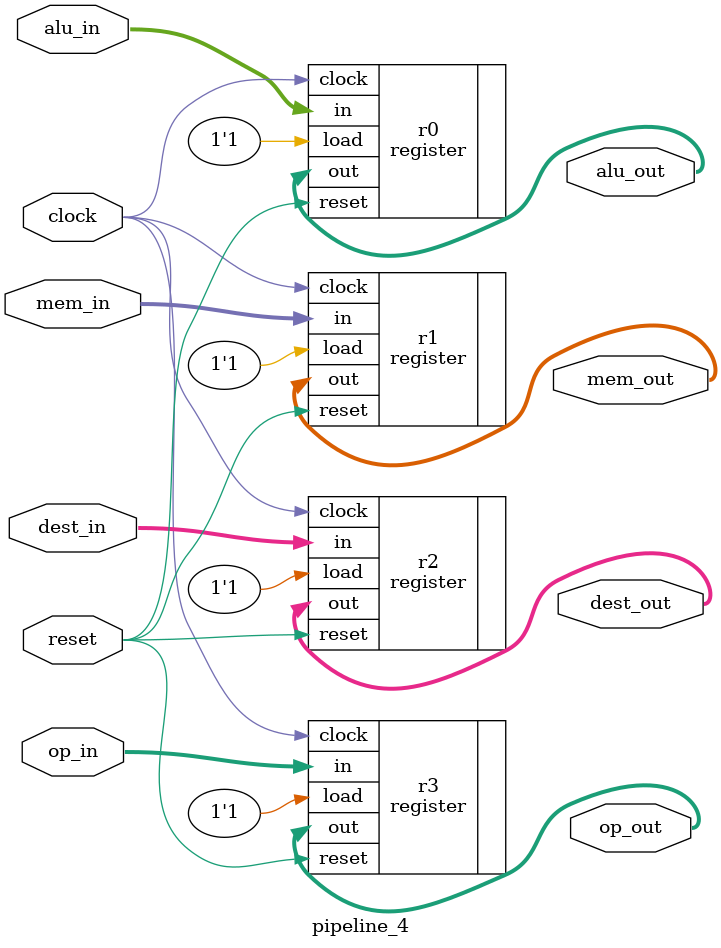
<source format=v>
`timescale 1ns/1ns
module pipeline_4 
(
    input clock, 
    input reset,
    input [31:0] alu_in,
    input [31:0] mem_in,
    input [5:0] dest_in,
    input [5:0] op_in,
    output [31:0] alu_out,
    output [31:0] mem_out,
    output [5:0] dest_out,
    output [5:0] op_out
);

    register #(32) r0(
        .in(alu_in),
        .out(alu_out),
        .load(1'd1),
        .clock(clock),
        .reset(reset)
    );

    register #(32) r1(
        .in(mem_in),
        .out(mem_out),
        .load(1'd1),
        .clock(clock),
        .reset(reset)
    );

    register #(6) r2(
        .in(dest_in),
        .out(dest_out),
        .load(1'd1),
        .clock(clock),
        .reset(reset)
    );

    register #(6) r3(
        .in(op_in),
        .out(op_out),
        .load(1'd1),
        .clock(clock),
        .reset(reset)
    );
endmodule
    

</source>
